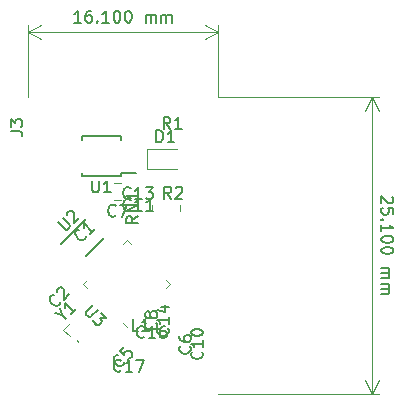
<source format=gbr>
G04 #@! TF.GenerationSoftware,KiCad,Pcbnew,(5.0.0)*
G04 #@! TF.CreationDate,2021-02-11T08:38:10+00:00*
G04 #@! TF.ProjectId,ESPV-BUG,455350562D4255472E6B696361645F70,rev?*
G04 #@! TF.SameCoordinates,Original*
G04 #@! TF.FileFunction,Legend,Top*
G04 #@! TF.FilePolarity,Positive*
%FSLAX46Y46*%
G04 Gerber Fmt 4.6, Leading zero omitted, Abs format (unit mm)*
G04 Created by KiCad (PCBNEW (5.0.0)) date 02/11/21 08:38:10*
%MOMM*%
%LPD*%
G01*
G04 APERTURE LIST*
%ADD10C,0.150000*%
%ADD11C,0.120000*%
G04 APERTURE END LIST*
D10*
X193822380Y-73907142D02*
X193870000Y-73954761D01*
X193917619Y-74050000D01*
X193917619Y-74288095D01*
X193870000Y-74383333D01*
X193822380Y-74430952D01*
X193727142Y-74478571D01*
X193631904Y-74478571D01*
X193489047Y-74430952D01*
X192917619Y-73859523D01*
X192917619Y-74478571D01*
X193917619Y-75383333D02*
X193917619Y-74907142D01*
X193441428Y-74859523D01*
X193489047Y-74907142D01*
X193536666Y-75002380D01*
X193536666Y-75240476D01*
X193489047Y-75335714D01*
X193441428Y-75383333D01*
X193346190Y-75430952D01*
X193108095Y-75430952D01*
X193012857Y-75383333D01*
X192965238Y-75335714D01*
X192917619Y-75240476D01*
X192917619Y-75002380D01*
X192965238Y-74907142D01*
X193012857Y-74859523D01*
X193012857Y-75859523D02*
X192965238Y-75907142D01*
X192917619Y-75859523D01*
X192965238Y-75811904D01*
X193012857Y-75859523D01*
X192917619Y-75859523D01*
X192917619Y-76859523D02*
X192917619Y-76288095D01*
X192917619Y-76573809D02*
X193917619Y-76573809D01*
X193774761Y-76478571D01*
X193679523Y-76383333D01*
X193631904Y-76288095D01*
X193917619Y-77478571D02*
X193917619Y-77573809D01*
X193870000Y-77669047D01*
X193822380Y-77716666D01*
X193727142Y-77764285D01*
X193536666Y-77811904D01*
X193298571Y-77811904D01*
X193108095Y-77764285D01*
X193012857Y-77716666D01*
X192965238Y-77669047D01*
X192917619Y-77573809D01*
X192917619Y-77478571D01*
X192965238Y-77383333D01*
X193012857Y-77335714D01*
X193108095Y-77288095D01*
X193298571Y-77240476D01*
X193536666Y-77240476D01*
X193727142Y-77288095D01*
X193822380Y-77335714D01*
X193870000Y-77383333D01*
X193917619Y-77478571D01*
X193917619Y-78430952D02*
X193917619Y-78526190D01*
X193870000Y-78621428D01*
X193822380Y-78669047D01*
X193727142Y-78716666D01*
X193536666Y-78764285D01*
X193298571Y-78764285D01*
X193108095Y-78716666D01*
X193012857Y-78669047D01*
X192965238Y-78621428D01*
X192917619Y-78526190D01*
X192917619Y-78430952D01*
X192965238Y-78335714D01*
X193012857Y-78288095D01*
X193108095Y-78240476D01*
X193298571Y-78192857D01*
X193536666Y-78192857D01*
X193727142Y-78240476D01*
X193822380Y-78288095D01*
X193870000Y-78335714D01*
X193917619Y-78430952D01*
X192917619Y-79954761D02*
X193584285Y-79954761D01*
X193489047Y-79954761D02*
X193536666Y-80002380D01*
X193584285Y-80097619D01*
X193584285Y-80240476D01*
X193536666Y-80335714D01*
X193441428Y-80383333D01*
X192917619Y-80383333D01*
X193441428Y-80383333D02*
X193536666Y-80430952D01*
X193584285Y-80526190D01*
X193584285Y-80669047D01*
X193536666Y-80764285D01*
X193441428Y-80811904D01*
X192917619Y-80811904D01*
X192917619Y-81288095D02*
X193584285Y-81288095D01*
X193489047Y-81288095D02*
X193536666Y-81335714D01*
X193584285Y-81430952D01*
X193584285Y-81573809D01*
X193536666Y-81669047D01*
X193441428Y-81716666D01*
X192917619Y-81716666D01*
X193441428Y-81716666D02*
X193536666Y-81764285D01*
X193584285Y-81859523D01*
X193584285Y-82002380D01*
X193536666Y-82097619D01*
X193441428Y-82145238D01*
X192917619Y-82145238D01*
D11*
X192100000Y-65500000D02*
X192100000Y-90600000D01*
X179100000Y-65500000D02*
X192686421Y-65500000D01*
X179100000Y-90600000D02*
X192686421Y-90600000D01*
X192100000Y-90600000D02*
X191513579Y-89473496D01*
X192100000Y-90600000D02*
X192686421Y-89473496D01*
X192100000Y-65500000D02*
X191513579Y-66626504D01*
X192100000Y-65500000D02*
X192686421Y-66626504D01*
D10*
X167478571Y-59182380D02*
X166907142Y-59182380D01*
X167192857Y-59182380D02*
X167192857Y-58182380D01*
X167097619Y-58325238D01*
X167002380Y-58420476D01*
X166907142Y-58468095D01*
X168335714Y-58182380D02*
X168145238Y-58182380D01*
X168050000Y-58230000D01*
X168002380Y-58277619D01*
X167907142Y-58420476D01*
X167859523Y-58610952D01*
X167859523Y-58991904D01*
X167907142Y-59087142D01*
X167954761Y-59134761D01*
X168050000Y-59182380D01*
X168240476Y-59182380D01*
X168335714Y-59134761D01*
X168383333Y-59087142D01*
X168430952Y-58991904D01*
X168430952Y-58753809D01*
X168383333Y-58658571D01*
X168335714Y-58610952D01*
X168240476Y-58563333D01*
X168050000Y-58563333D01*
X167954761Y-58610952D01*
X167907142Y-58658571D01*
X167859523Y-58753809D01*
X168859523Y-59087142D02*
X168907142Y-59134761D01*
X168859523Y-59182380D01*
X168811904Y-59134761D01*
X168859523Y-59087142D01*
X168859523Y-59182380D01*
X169859523Y-59182380D02*
X169288095Y-59182380D01*
X169573809Y-59182380D02*
X169573809Y-58182380D01*
X169478571Y-58325238D01*
X169383333Y-58420476D01*
X169288095Y-58468095D01*
X170478571Y-58182380D02*
X170573809Y-58182380D01*
X170669047Y-58230000D01*
X170716666Y-58277619D01*
X170764285Y-58372857D01*
X170811904Y-58563333D01*
X170811904Y-58801428D01*
X170764285Y-58991904D01*
X170716666Y-59087142D01*
X170669047Y-59134761D01*
X170573809Y-59182380D01*
X170478571Y-59182380D01*
X170383333Y-59134761D01*
X170335714Y-59087142D01*
X170288095Y-58991904D01*
X170240476Y-58801428D01*
X170240476Y-58563333D01*
X170288095Y-58372857D01*
X170335714Y-58277619D01*
X170383333Y-58230000D01*
X170478571Y-58182380D01*
X171430952Y-58182380D02*
X171526190Y-58182380D01*
X171621428Y-58230000D01*
X171669047Y-58277619D01*
X171716666Y-58372857D01*
X171764285Y-58563333D01*
X171764285Y-58801428D01*
X171716666Y-58991904D01*
X171669047Y-59087142D01*
X171621428Y-59134761D01*
X171526190Y-59182380D01*
X171430952Y-59182380D01*
X171335714Y-59134761D01*
X171288095Y-59087142D01*
X171240476Y-58991904D01*
X171192857Y-58801428D01*
X171192857Y-58563333D01*
X171240476Y-58372857D01*
X171288095Y-58277619D01*
X171335714Y-58230000D01*
X171430952Y-58182380D01*
X172954761Y-59182380D02*
X172954761Y-58515714D01*
X172954761Y-58610952D02*
X173002380Y-58563333D01*
X173097619Y-58515714D01*
X173240476Y-58515714D01*
X173335714Y-58563333D01*
X173383333Y-58658571D01*
X173383333Y-59182380D01*
X173383333Y-58658571D02*
X173430952Y-58563333D01*
X173526190Y-58515714D01*
X173669047Y-58515714D01*
X173764285Y-58563333D01*
X173811904Y-58658571D01*
X173811904Y-59182380D01*
X174288095Y-59182380D02*
X174288095Y-58515714D01*
X174288095Y-58610952D02*
X174335714Y-58563333D01*
X174430952Y-58515714D01*
X174573809Y-58515714D01*
X174669047Y-58563333D01*
X174716666Y-58658571D01*
X174716666Y-59182380D01*
X174716666Y-58658571D02*
X174764285Y-58563333D01*
X174859523Y-58515714D01*
X175002380Y-58515714D01*
X175097619Y-58563333D01*
X175145238Y-58658571D01*
X175145238Y-59182380D01*
D11*
X163000000Y-60000000D02*
X179100000Y-60000000D01*
X163000000Y-65500000D02*
X163000000Y-59413579D01*
X179100000Y-65500000D02*
X179100000Y-59413579D01*
X179100000Y-60000000D02*
X177973496Y-60586421D01*
X179100000Y-60000000D02*
X177973496Y-59413579D01*
X163000000Y-60000000D02*
X164126504Y-60586421D01*
X163000000Y-60000000D02*
X164126504Y-59413579D01*
G04 #@! TO.C,RN1*
X175830000Y-74650000D02*
X175830000Y-75150000D01*
X173470000Y-74650000D02*
X173470000Y-75150000D01*
G04 #@! TO.C,C7*
X170836252Y-72790000D02*
X170313748Y-72790000D01*
X170836252Y-74210000D02*
X170313748Y-74210000D01*
G04 #@! TO.C,D1*
X173100000Y-69850000D02*
X173100000Y-71550000D01*
X173100000Y-71550000D02*
X175650000Y-71550000D01*
X173100000Y-69850000D02*
X175650000Y-69850000D01*
D10*
G04 #@! TO.C,U1*
X170875000Y-72175000D02*
X170875000Y-71950000D01*
X167525000Y-72175000D02*
X167525000Y-71875000D01*
X167525000Y-68825000D02*
X167525000Y-69125000D01*
X170875000Y-68825000D02*
X170875000Y-69125000D01*
X170875000Y-72175000D02*
X167525000Y-72175000D01*
X170875000Y-68825000D02*
X167525000Y-68825000D01*
X170875000Y-71950000D02*
X172100000Y-71950000D01*
G04 #@! TO.C,U2*
X167935355Y-78955635D02*
X169455635Y-77435355D01*
X165761002Y-77948008D02*
X167864645Y-75844365D01*
D11*
G04 #@! TO.C,U3*
X167994778Y-81635876D02*
X167658903Y-81300000D01*
X167658903Y-81300000D02*
X167994778Y-80964124D01*
X174705222Y-80964124D02*
X175041097Y-81300000D01*
X175041097Y-81300000D02*
X174705222Y-81635876D01*
X171685876Y-77944778D02*
X171350000Y-77608903D01*
X171350000Y-77608903D02*
X171014124Y-77944778D01*
X171014124Y-84655222D02*
X171350000Y-84991097D01*
G04 #@! TO.C,Y1*
X166532502Y-85756838D02*
X165973888Y-85198223D01*
X167112330Y-86082107D02*
X167267893Y-86237670D01*
X168682107Y-84512330D02*
X168837670Y-84667893D01*
X166532502Y-84639609D02*
X165973888Y-85198223D01*
G04 #@! TO.C,L1*
D10*
X172348333Y-85252380D02*
X171872142Y-85252380D01*
X171872142Y-84252380D01*
X173205476Y-85252380D02*
X172634047Y-85252380D01*
X172919761Y-85252380D02*
X172919761Y-84252380D01*
X172824523Y-84395238D01*
X172729285Y-84490476D01*
X172634047Y-84538095D01*
G04 #@! TO.C,C1*
X167902903Y-77274499D02*
X167902903Y-77341842D01*
X167835559Y-77476529D01*
X167768216Y-77543873D01*
X167633528Y-77611216D01*
X167498841Y-77611216D01*
X167397826Y-77577545D01*
X167229467Y-77476529D01*
X167128452Y-77375514D01*
X167027437Y-77207155D01*
X166993765Y-77106140D01*
X166993765Y-76971453D01*
X167061109Y-76836766D01*
X167128452Y-76769422D01*
X167263139Y-76702079D01*
X167330483Y-76702079D01*
X168643681Y-76668407D02*
X168239620Y-77072468D01*
X168441651Y-76870438D02*
X167734544Y-76163331D01*
X167768216Y-76331690D01*
X167768216Y-76466377D01*
X167734544Y-76567392D01*
G04 #@! TO.C,C8*
X173827142Y-84581666D02*
X173874761Y-84629285D01*
X173922380Y-84772142D01*
X173922380Y-84867380D01*
X173874761Y-85010238D01*
X173779523Y-85105476D01*
X173684285Y-85153095D01*
X173493809Y-85200714D01*
X173350952Y-85200714D01*
X173160476Y-85153095D01*
X173065238Y-85105476D01*
X172970000Y-85010238D01*
X172922380Y-84867380D01*
X172922380Y-84772142D01*
X172970000Y-84629285D01*
X173017619Y-84581666D01*
X173350952Y-84010238D02*
X173303333Y-84105476D01*
X173255714Y-84153095D01*
X173160476Y-84200714D01*
X173112857Y-84200714D01*
X173017619Y-84153095D01*
X172970000Y-84105476D01*
X172922380Y-84010238D01*
X172922380Y-83819761D01*
X172970000Y-83724523D01*
X173017619Y-83676904D01*
X173112857Y-83629285D01*
X173160476Y-83629285D01*
X173255714Y-83676904D01*
X173303333Y-83724523D01*
X173350952Y-83819761D01*
X173350952Y-84010238D01*
X173398571Y-84105476D01*
X173446190Y-84153095D01*
X173541428Y-84200714D01*
X173731904Y-84200714D01*
X173827142Y-84153095D01*
X173874761Y-84105476D01*
X173922380Y-84010238D01*
X173922380Y-83819761D01*
X173874761Y-83724523D01*
X173827142Y-83676904D01*
X173731904Y-83629285D01*
X173541428Y-83629285D01*
X173446190Y-83676904D01*
X173398571Y-83724523D01*
X173350952Y-83819761D01*
G04 #@! TO.C,C14*
X174827142Y-85057857D02*
X174874761Y-85105476D01*
X174922380Y-85248333D01*
X174922380Y-85343571D01*
X174874761Y-85486428D01*
X174779523Y-85581666D01*
X174684285Y-85629285D01*
X174493809Y-85676904D01*
X174350952Y-85676904D01*
X174160476Y-85629285D01*
X174065238Y-85581666D01*
X173970000Y-85486428D01*
X173922380Y-85343571D01*
X173922380Y-85248333D01*
X173970000Y-85105476D01*
X174017619Y-85057857D01*
X174922380Y-84105476D02*
X174922380Y-84676904D01*
X174922380Y-84391190D02*
X173922380Y-84391190D01*
X174065238Y-84486428D01*
X174160476Y-84581666D01*
X174208095Y-84676904D01*
X174255714Y-83248333D02*
X174922380Y-83248333D01*
X173874761Y-83486428D02*
X174589047Y-83724523D01*
X174589047Y-83105476D01*
G04 #@! TO.C,C2*
X165730577Y-82802173D02*
X165730577Y-82869516D01*
X165663233Y-83004203D01*
X165595890Y-83071547D01*
X165461202Y-83138890D01*
X165326515Y-83138890D01*
X165225500Y-83105219D01*
X165057141Y-83004203D01*
X164956126Y-82903188D01*
X164855111Y-82734829D01*
X164821439Y-82633814D01*
X164821439Y-82499127D01*
X164888783Y-82364440D01*
X164956126Y-82297096D01*
X165090813Y-82229753D01*
X165158157Y-82229753D01*
X165427531Y-81960379D02*
X165427531Y-81893035D01*
X165461202Y-81792020D01*
X165629561Y-81623661D01*
X165730577Y-81589990D01*
X165797920Y-81589990D01*
X165898935Y-81623661D01*
X165966279Y-81691005D01*
X166033622Y-81825692D01*
X166033622Y-82633814D01*
X166471355Y-82196081D01*
G04 #@! TO.C,C5*
X171152903Y-87924499D02*
X171152903Y-87991842D01*
X171085559Y-88126529D01*
X171018216Y-88193873D01*
X170883528Y-88261216D01*
X170748841Y-88261216D01*
X170647826Y-88227545D01*
X170479467Y-88126529D01*
X170378452Y-88025514D01*
X170277437Y-87857155D01*
X170243765Y-87756140D01*
X170243765Y-87621453D01*
X170311109Y-87486766D01*
X170378452Y-87419422D01*
X170513139Y-87352079D01*
X170580483Y-87352079D01*
X171152903Y-86644972D02*
X170816185Y-86981690D01*
X171119231Y-87352079D01*
X171119231Y-87284735D01*
X171152903Y-87183720D01*
X171321261Y-87015361D01*
X171422277Y-86981690D01*
X171489620Y-86981690D01*
X171590635Y-87015361D01*
X171758994Y-87183720D01*
X171792666Y-87284735D01*
X171792666Y-87352079D01*
X171758994Y-87453094D01*
X171590635Y-87621453D01*
X171489620Y-87655125D01*
X171422277Y-87655125D01*
G04 #@! TO.C,C13*
X171672142Y-74027142D02*
X171624523Y-74074761D01*
X171481666Y-74122380D01*
X171386428Y-74122380D01*
X171243571Y-74074761D01*
X171148333Y-73979523D01*
X171100714Y-73884285D01*
X171053095Y-73693809D01*
X171053095Y-73550952D01*
X171100714Y-73360476D01*
X171148333Y-73265238D01*
X171243571Y-73170000D01*
X171386428Y-73122380D01*
X171481666Y-73122380D01*
X171624523Y-73170000D01*
X171672142Y-73217619D01*
X172624523Y-74122380D02*
X172053095Y-74122380D01*
X172338809Y-74122380D02*
X172338809Y-73122380D01*
X172243571Y-73265238D01*
X172148333Y-73360476D01*
X172053095Y-73408095D01*
X172957857Y-73122380D02*
X173576904Y-73122380D01*
X173243571Y-73503333D01*
X173386428Y-73503333D01*
X173481666Y-73550952D01*
X173529285Y-73598571D01*
X173576904Y-73693809D01*
X173576904Y-73931904D01*
X173529285Y-74027142D01*
X173481666Y-74074761D01*
X173386428Y-74122380D01*
X173100714Y-74122380D01*
X173005476Y-74074761D01*
X172957857Y-74027142D01*
G04 #@! TO.C,C10*
X177702142Y-87042857D02*
X177749761Y-87090476D01*
X177797380Y-87233333D01*
X177797380Y-87328571D01*
X177749761Y-87471428D01*
X177654523Y-87566666D01*
X177559285Y-87614285D01*
X177368809Y-87661904D01*
X177225952Y-87661904D01*
X177035476Y-87614285D01*
X176940238Y-87566666D01*
X176845000Y-87471428D01*
X176797380Y-87328571D01*
X176797380Y-87233333D01*
X176845000Y-87090476D01*
X176892619Y-87042857D01*
X177797380Y-86090476D02*
X177797380Y-86661904D01*
X177797380Y-86376190D02*
X176797380Y-86376190D01*
X176940238Y-86471428D01*
X177035476Y-86566666D01*
X177083095Y-86661904D01*
X176797380Y-85471428D02*
X176797380Y-85376190D01*
X176845000Y-85280952D01*
X176892619Y-85233333D01*
X176987857Y-85185714D01*
X177178333Y-85138095D01*
X177416428Y-85138095D01*
X177606904Y-85185714D01*
X177702142Y-85233333D01*
X177749761Y-85280952D01*
X177797380Y-85376190D01*
X177797380Y-85471428D01*
X177749761Y-85566666D01*
X177702142Y-85614285D01*
X177606904Y-85661904D01*
X177416428Y-85709523D01*
X177178333Y-85709523D01*
X176987857Y-85661904D01*
X176892619Y-85614285D01*
X176845000Y-85566666D01*
X176797380Y-85471428D01*
G04 #@! TO.C,C11*
X171672142Y-75027142D02*
X171624523Y-75074761D01*
X171481666Y-75122380D01*
X171386428Y-75122380D01*
X171243571Y-75074761D01*
X171148333Y-74979523D01*
X171100714Y-74884285D01*
X171053095Y-74693809D01*
X171053095Y-74550952D01*
X171100714Y-74360476D01*
X171148333Y-74265238D01*
X171243571Y-74170000D01*
X171386428Y-74122380D01*
X171481666Y-74122380D01*
X171624523Y-74170000D01*
X171672142Y-74217619D01*
X172624523Y-75122380D02*
X172053095Y-75122380D01*
X172338809Y-75122380D02*
X172338809Y-74122380D01*
X172243571Y-74265238D01*
X172148333Y-74360476D01*
X172053095Y-74408095D01*
X173576904Y-75122380D02*
X173005476Y-75122380D01*
X173291190Y-75122380D02*
X173291190Y-74122380D01*
X173195952Y-74265238D01*
X173100714Y-74360476D01*
X173005476Y-74408095D01*
G04 #@! TO.C,C17*
X170872142Y-88637142D02*
X170824523Y-88684761D01*
X170681666Y-88732380D01*
X170586428Y-88732380D01*
X170443571Y-88684761D01*
X170348333Y-88589523D01*
X170300714Y-88494285D01*
X170253095Y-88303809D01*
X170253095Y-88160952D01*
X170300714Y-87970476D01*
X170348333Y-87875238D01*
X170443571Y-87780000D01*
X170586428Y-87732380D01*
X170681666Y-87732380D01*
X170824523Y-87780000D01*
X170872142Y-87827619D01*
X171824523Y-88732380D02*
X171253095Y-88732380D01*
X171538809Y-88732380D02*
X171538809Y-87732380D01*
X171443571Y-87875238D01*
X171348333Y-87970476D01*
X171253095Y-88018095D01*
X172157857Y-87732380D02*
X172824523Y-87732380D01*
X172395952Y-88732380D01*
G04 #@! TO.C,C16*
X172822142Y-85777142D02*
X172774523Y-85824761D01*
X172631666Y-85872380D01*
X172536428Y-85872380D01*
X172393571Y-85824761D01*
X172298333Y-85729523D01*
X172250714Y-85634285D01*
X172203095Y-85443809D01*
X172203095Y-85300952D01*
X172250714Y-85110476D01*
X172298333Y-85015238D01*
X172393571Y-84920000D01*
X172536428Y-84872380D01*
X172631666Y-84872380D01*
X172774523Y-84920000D01*
X172822142Y-84967619D01*
X173774523Y-85872380D02*
X173203095Y-85872380D01*
X173488809Y-85872380D02*
X173488809Y-84872380D01*
X173393571Y-85015238D01*
X173298333Y-85110476D01*
X173203095Y-85158095D01*
X174631666Y-84872380D02*
X174441190Y-84872380D01*
X174345952Y-84920000D01*
X174298333Y-84967619D01*
X174203095Y-85110476D01*
X174155476Y-85300952D01*
X174155476Y-85681904D01*
X174203095Y-85777142D01*
X174250714Y-85824761D01*
X174345952Y-85872380D01*
X174536428Y-85872380D01*
X174631666Y-85824761D01*
X174679285Y-85777142D01*
X174726904Y-85681904D01*
X174726904Y-85443809D01*
X174679285Y-85348571D01*
X174631666Y-85300952D01*
X174536428Y-85253333D01*
X174345952Y-85253333D01*
X174250714Y-85300952D01*
X174203095Y-85348571D01*
X174155476Y-85443809D01*
G04 #@! TO.C,C6*
X176687142Y-86581666D02*
X176734761Y-86629285D01*
X176782380Y-86772142D01*
X176782380Y-86867380D01*
X176734761Y-87010238D01*
X176639523Y-87105476D01*
X176544285Y-87153095D01*
X176353809Y-87200714D01*
X176210952Y-87200714D01*
X176020476Y-87153095D01*
X175925238Y-87105476D01*
X175830000Y-87010238D01*
X175782380Y-86867380D01*
X175782380Y-86772142D01*
X175830000Y-86629285D01*
X175877619Y-86581666D01*
X175782380Y-85724523D02*
X175782380Y-85915000D01*
X175830000Y-86010238D01*
X175877619Y-86057857D01*
X176020476Y-86153095D01*
X176210952Y-86200714D01*
X176591904Y-86200714D01*
X176687142Y-86153095D01*
X176734761Y-86105476D01*
X176782380Y-86010238D01*
X176782380Y-85819761D01*
X176734761Y-85724523D01*
X176687142Y-85676904D01*
X176591904Y-85629285D01*
X176353809Y-85629285D01*
X176258571Y-85676904D01*
X176210952Y-85724523D01*
X176163333Y-85819761D01*
X176163333Y-86010238D01*
X176210952Y-86105476D01*
X176258571Y-86153095D01*
X176353809Y-86200714D01*
G04 #@! TO.C,R1*
X175048333Y-68172380D02*
X174715000Y-67696190D01*
X174476904Y-68172380D02*
X174476904Y-67172380D01*
X174857857Y-67172380D01*
X174953095Y-67220000D01*
X175000714Y-67267619D01*
X175048333Y-67362857D01*
X175048333Y-67505714D01*
X175000714Y-67600952D01*
X174953095Y-67648571D01*
X174857857Y-67696190D01*
X174476904Y-67696190D01*
X176000714Y-68172380D02*
X175429285Y-68172380D01*
X175715000Y-68172380D02*
X175715000Y-67172380D01*
X175619761Y-67315238D01*
X175524523Y-67410476D01*
X175429285Y-67458095D01*
G04 #@! TO.C,R2*
X175118333Y-74082380D02*
X174785000Y-73606190D01*
X174546904Y-74082380D02*
X174546904Y-73082380D01*
X174927857Y-73082380D01*
X175023095Y-73130000D01*
X175070714Y-73177619D01*
X175118333Y-73272857D01*
X175118333Y-73415714D01*
X175070714Y-73510952D01*
X175023095Y-73558571D01*
X174927857Y-73606190D01*
X174546904Y-73606190D01*
X175499285Y-73177619D02*
X175546904Y-73130000D01*
X175642142Y-73082380D01*
X175880238Y-73082380D01*
X175975476Y-73130000D01*
X176023095Y-73177619D01*
X176070714Y-73272857D01*
X176070714Y-73368095D01*
X176023095Y-73510952D01*
X175451666Y-74082380D01*
X176070714Y-74082380D01*
G04 #@! TO.C,RN1*
X172302380Y-75590476D02*
X171826190Y-75923809D01*
X172302380Y-76161904D02*
X171302380Y-76161904D01*
X171302380Y-75780952D01*
X171350000Y-75685714D01*
X171397619Y-75638095D01*
X171492857Y-75590476D01*
X171635714Y-75590476D01*
X171730952Y-75638095D01*
X171778571Y-75685714D01*
X171826190Y-75780952D01*
X171826190Y-76161904D01*
X172302380Y-75161904D02*
X171302380Y-75161904D01*
X172302380Y-74590476D01*
X171302380Y-74590476D01*
X172302380Y-73590476D02*
X172302380Y-74161904D01*
X172302380Y-73876190D02*
X171302380Y-73876190D01*
X171445238Y-73971428D01*
X171540476Y-74066666D01*
X171588095Y-74161904D01*
G04 #@! TO.C,C7*
X170408333Y-75507142D02*
X170360714Y-75554761D01*
X170217857Y-75602380D01*
X170122619Y-75602380D01*
X169979761Y-75554761D01*
X169884523Y-75459523D01*
X169836904Y-75364285D01*
X169789285Y-75173809D01*
X169789285Y-75030952D01*
X169836904Y-74840476D01*
X169884523Y-74745238D01*
X169979761Y-74650000D01*
X170122619Y-74602380D01*
X170217857Y-74602380D01*
X170360714Y-74650000D01*
X170408333Y-74697619D01*
X170741666Y-74602380D02*
X171408333Y-74602380D01*
X170979761Y-75602380D01*
G04 #@! TO.C,D1*
X173861904Y-69302380D02*
X173861904Y-68302380D01*
X174100000Y-68302380D01*
X174242857Y-68350000D01*
X174338095Y-68445238D01*
X174385714Y-68540476D01*
X174433333Y-68730952D01*
X174433333Y-68873809D01*
X174385714Y-69064285D01*
X174338095Y-69159523D01*
X174242857Y-69254761D01*
X174100000Y-69302380D01*
X173861904Y-69302380D01*
X175385714Y-69302380D02*
X174814285Y-69302380D01*
X175100000Y-69302380D02*
X175100000Y-68302380D01*
X175004761Y-68445238D01*
X174909523Y-68540476D01*
X174814285Y-68588095D01*
G04 #@! TO.C,J3*
X161512380Y-68373333D02*
X162226666Y-68373333D01*
X162369523Y-68420952D01*
X162464761Y-68516190D01*
X162512380Y-68659047D01*
X162512380Y-68754285D01*
X161512380Y-67992380D02*
X161512380Y-67373333D01*
X161893333Y-67706666D01*
X161893333Y-67563809D01*
X161940952Y-67468571D01*
X161988571Y-67420952D01*
X162083809Y-67373333D01*
X162321904Y-67373333D01*
X162417142Y-67420952D01*
X162464761Y-67468571D01*
X162512380Y-67563809D01*
X162512380Y-67849523D01*
X162464761Y-67944761D01*
X162417142Y-67992380D01*
G04 #@! TO.C,U1*
X168438095Y-72552380D02*
X168438095Y-73361904D01*
X168485714Y-73457142D01*
X168533333Y-73504761D01*
X168628571Y-73552380D01*
X168819047Y-73552380D01*
X168914285Y-73504761D01*
X168961904Y-73457142D01*
X169009523Y-73361904D01*
X169009523Y-72552380D01*
X170009523Y-73552380D02*
X169438095Y-73552380D01*
X169723809Y-73552380D02*
X169723809Y-72552380D01*
X169628571Y-72695238D01*
X169533333Y-72790476D01*
X169438095Y-72838095D01*
G04 #@! TO.C,U2*
X165524457Y-76101953D02*
X166096877Y-76674373D01*
X166197892Y-76708045D01*
X166265236Y-76708045D01*
X166366251Y-76674373D01*
X166500938Y-76539686D01*
X166534610Y-76438671D01*
X166534610Y-76371327D01*
X166500938Y-76270312D01*
X165928518Y-75697892D01*
X166298908Y-75462190D02*
X166298908Y-75394847D01*
X166332579Y-75293831D01*
X166500938Y-75125473D01*
X166601953Y-75091801D01*
X166669297Y-75091801D01*
X166770312Y-75125473D01*
X166837656Y-75192816D01*
X166904999Y-75327503D01*
X166904999Y-76135625D01*
X167342732Y-75697892D01*
G04 #@! TO.C,U3*
X168497329Y-83075174D02*
X167924909Y-83647594D01*
X167891237Y-83748609D01*
X167891237Y-83815953D01*
X167924909Y-83916968D01*
X168059596Y-84051655D01*
X168160611Y-84085327D01*
X168227955Y-84085327D01*
X168328970Y-84051655D01*
X168901390Y-83479235D01*
X169170764Y-83748609D02*
X169608496Y-84186342D01*
X169103420Y-84220014D01*
X169204435Y-84321029D01*
X169238107Y-84422044D01*
X169238107Y-84489388D01*
X169204435Y-84590403D01*
X169036077Y-84758762D01*
X168935061Y-84792434D01*
X168867718Y-84792434D01*
X168766703Y-84758762D01*
X168564672Y-84556731D01*
X168531000Y-84455716D01*
X168531000Y-84388373D01*
G04 #@! TO.C,Y1*
X165853679Y-83927114D02*
X166190397Y-84263832D01*
X165247588Y-83792427D02*
X165853679Y-83927114D01*
X165718992Y-83321023D01*
X167032190Y-83422038D02*
X166628129Y-83826099D01*
X166830160Y-83624068D02*
X166123053Y-82916962D01*
X166156725Y-83085320D01*
X166156725Y-83220007D01*
X166123053Y-83321023D01*
G04 #@! TD*
M02*

</source>
